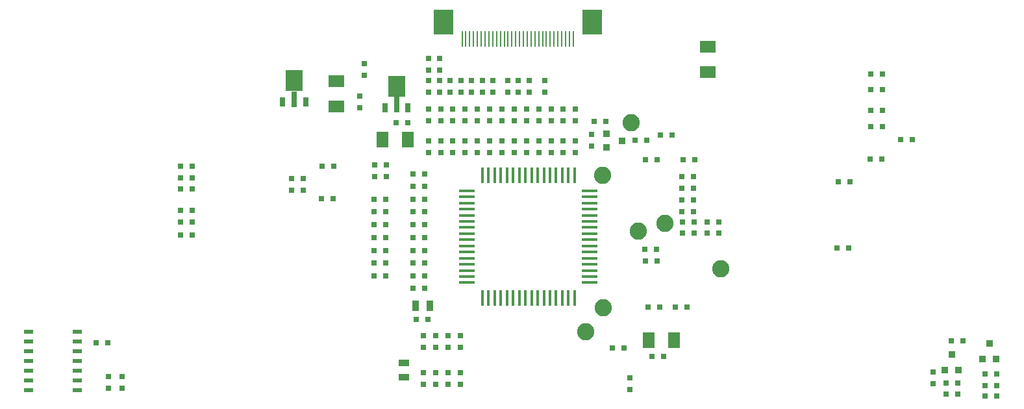
<source format=gtp>
G04 (created by PCBNEW-RS274X (2010-05-05 BZR 2356)-stable) date 15/12/2010 2:15:07 p.m.*
G01*
G70*
G90*
%MOIN*%
G04 Gerber Fmt 3.4, Leading zero omitted, Abs format*
%FSLAX34Y34*%
G04 APERTURE LIST*
%ADD10C,0.006000*%
%ADD11R,0.010000X0.080000*%
%ADD12R,0.100000X0.130000*%
%ADD13R,0.027600X0.047200*%
%ADD14R,0.027600X0.078700*%
%ADD15R,0.086600X0.110300*%
%ADD16R,0.035000X0.055000*%
%ADD17R,0.080000X0.060000*%
%ADD18R,0.060000X0.080000*%
%ADD19R,0.017700X0.078700*%
%ADD20R,0.078700X0.017700*%
%ADD21R,0.045000X0.020000*%
%ADD22R,0.055000X0.035000*%
%ADD23R,0.025000X0.031500*%
%ADD24R,0.031500X0.025000*%
%ADD25C,0.088600*%
%ADD26R,0.036000X0.036000*%
G04 APERTURE END LIST*
G54D10*
G54D11*
X43878Y-14547D03*
X44078Y-14547D03*
X44273Y-14547D03*
X44468Y-14547D03*
X44668Y-14547D03*
X44863Y-14547D03*
X45058Y-14547D03*
X45258Y-14547D03*
X45453Y-14547D03*
X45648Y-14547D03*
X43681Y-14547D03*
X45848Y-14547D03*
X46043Y-14547D03*
X43484Y-14547D03*
X47618Y-14547D03*
X46238Y-14547D03*
X46438Y-14547D03*
X46633Y-14547D03*
X46828Y-14547D03*
X47028Y-14547D03*
X47223Y-14547D03*
X47418Y-14547D03*
X43287Y-14547D03*
X43091Y-14547D03*
X42894Y-14547D03*
X42697Y-14547D03*
X42500Y-14547D03*
X42303Y-14547D03*
X42106Y-14547D03*
X41909Y-14547D03*
G54D12*
X48588Y-13667D03*
X40958Y-13667D03*
G54D13*
X37952Y-18071D03*
G54D14*
X38543Y-17914D03*
G54D13*
X39134Y-18071D03*
G54D15*
X38543Y-16969D03*
G54D16*
X40257Y-28228D03*
X39507Y-28228D03*
G54D13*
X32696Y-17776D03*
G54D14*
X33287Y-17619D03*
G54D13*
X33878Y-17776D03*
G54D15*
X33287Y-16674D03*
G54D17*
X35473Y-16711D03*
X35473Y-18011D03*
G54D18*
X52777Y-29999D03*
X51477Y-29999D03*
X37834Y-19685D03*
X39134Y-19685D03*
G54D19*
X45159Y-27831D03*
X44844Y-27831D03*
X44529Y-27831D03*
X44214Y-27831D03*
X43899Y-27831D03*
X43584Y-27831D03*
X43269Y-27831D03*
X42954Y-27831D03*
X47682Y-27831D03*
X47682Y-21535D03*
X42954Y-21535D03*
X45477Y-27831D03*
X45792Y-27831D03*
X46107Y-27831D03*
X46422Y-27831D03*
X46737Y-27831D03*
X47052Y-27831D03*
X47367Y-27831D03*
X47367Y-21535D03*
X47052Y-21535D03*
X46737Y-21535D03*
X46422Y-21535D03*
X46107Y-21535D03*
X45792Y-21535D03*
X45477Y-21535D03*
X45159Y-21535D03*
X44844Y-21535D03*
X44529Y-21535D03*
X44214Y-21535D03*
X43899Y-21535D03*
X43584Y-21535D03*
X43269Y-21535D03*
G54D20*
X42166Y-27047D03*
X42166Y-26733D03*
X42166Y-26417D03*
X42166Y-26103D03*
X42166Y-25787D03*
X42166Y-25473D03*
X42166Y-24527D03*
X42166Y-23897D03*
X42166Y-23583D03*
X42166Y-25157D03*
X42166Y-24843D03*
X42166Y-24213D03*
X42166Y-23267D03*
X42166Y-22953D03*
X42166Y-22637D03*
X42166Y-22323D03*
X48466Y-27047D03*
X48466Y-26733D03*
X48466Y-26417D03*
X48466Y-26103D03*
X48466Y-25787D03*
X48466Y-25473D03*
X48466Y-25157D03*
X48466Y-24843D03*
X48466Y-24527D03*
X48466Y-24213D03*
X48466Y-23897D03*
X48466Y-23583D03*
X48466Y-23267D03*
X48466Y-22953D03*
X48466Y-22637D03*
X48466Y-22323D03*
G54D21*
X22167Y-32574D03*
X22167Y-32074D03*
X22167Y-31574D03*
X22167Y-31074D03*
X22167Y-30574D03*
X22167Y-30074D03*
X22167Y-29574D03*
X19667Y-29574D03*
X19667Y-30074D03*
X19667Y-31074D03*
X19667Y-31574D03*
X19667Y-32074D03*
X19667Y-32574D03*
X19667Y-30574D03*
G54D22*
X38917Y-31910D03*
X38917Y-31160D03*
G54D23*
X37977Y-26683D03*
X37377Y-26683D03*
X37977Y-26033D03*
X37377Y-26033D03*
X37977Y-24065D03*
X37377Y-24065D03*
X37977Y-22756D03*
X37377Y-22756D03*
X38539Y-18819D03*
X39139Y-18819D03*
X37977Y-25384D03*
X37377Y-25384D03*
X37977Y-24724D03*
X37377Y-24724D03*
X37977Y-23406D03*
X37377Y-23406D03*
X38017Y-21614D03*
X37417Y-21614D03*
X53444Y-28312D03*
X52844Y-28312D03*
X51444Y-28312D03*
X52044Y-28312D03*
G54D24*
X36654Y-17455D03*
X36654Y-18055D03*
G54D23*
X40143Y-28937D03*
X39543Y-28937D03*
G54D24*
X24449Y-32466D03*
X24449Y-31866D03*
G54D23*
X52102Y-19449D03*
X52702Y-19449D03*
X39985Y-27323D03*
X39385Y-27323D03*
G54D24*
X36890Y-15801D03*
X36890Y-16401D03*
G54D23*
X33765Y-22283D03*
X33165Y-22283D03*
G54D24*
X39921Y-31669D03*
X39921Y-32269D03*
X40551Y-31669D03*
X40551Y-32269D03*
X50512Y-31944D03*
X50512Y-32544D03*
G54D23*
X33765Y-21693D03*
X33165Y-21693D03*
X53264Y-20748D03*
X53864Y-20748D03*
G54D24*
X41181Y-31669D03*
X41181Y-32269D03*
X41811Y-31669D03*
X41811Y-32269D03*
X46142Y-16669D03*
X46142Y-17269D03*
X44251Y-16669D03*
X44251Y-17269D03*
X42953Y-16669D03*
X42953Y-17269D03*
X41850Y-16669D03*
X41850Y-17269D03*
X43504Y-16669D03*
X43504Y-17269D03*
X42402Y-16669D03*
X42402Y-17269D03*
X41299Y-16669D03*
X41299Y-17269D03*
X45354Y-17269D03*
X45354Y-16669D03*
X44803Y-16669D03*
X44803Y-17269D03*
G54D23*
X37417Y-20984D03*
X38017Y-20984D03*
X39385Y-21457D03*
X39985Y-21457D03*
X39975Y-26683D03*
X39375Y-26683D03*
X39985Y-25384D03*
X39385Y-25384D03*
X39985Y-24065D03*
X39385Y-24065D03*
X39985Y-22756D03*
X39385Y-22756D03*
G54D24*
X41181Y-29779D03*
X41181Y-30379D03*
G54D23*
X39985Y-26033D03*
X39385Y-26033D03*
X39986Y-24724D03*
X39386Y-24724D03*
X39985Y-23406D03*
X39385Y-23406D03*
X39985Y-22106D03*
X39385Y-22106D03*
X51304Y-25335D03*
X51904Y-25335D03*
X54493Y-23947D03*
X55093Y-23947D03*
G54D24*
X39921Y-29764D03*
X39921Y-30379D03*
X40551Y-29779D03*
X40551Y-30379D03*
X41811Y-29779D03*
X41811Y-30379D03*
G54D23*
X51314Y-25935D03*
X51914Y-25935D03*
X54493Y-24508D03*
X55093Y-24508D03*
X52249Y-30826D03*
X51649Y-30826D03*
X49621Y-30413D03*
X50221Y-30413D03*
X23726Y-30118D03*
X23126Y-30118D03*
G54D24*
X23740Y-32466D03*
X23740Y-31866D03*
G54D23*
X50803Y-19724D03*
X51403Y-19724D03*
G54D24*
X48543Y-20024D03*
X48543Y-19424D03*
G54D23*
X49276Y-18780D03*
X48676Y-18780D03*
G54D24*
X40748Y-15527D03*
X40748Y-16127D03*
X40748Y-17269D03*
X40748Y-16669D03*
X40197Y-17269D03*
X40197Y-16669D03*
X40197Y-15526D03*
X40197Y-16126D03*
X40177Y-19779D03*
X40177Y-20379D03*
X41437Y-19779D03*
X41437Y-20379D03*
X42697Y-19779D03*
X42697Y-20379D03*
X43957Y-19779D03*
X43957Y-20379D03*
X40177Y-18125D03*
X40177Y-18725D03*
X41437Y-18125D03*
X41437Y-18725D03*
X42697Y-18125D03*
X42697Y-18725D03*
X43957Y-18125D03*
X43957Y-18725D03*
X40807Y-19779D03*
X40807Y-20379D03*
X42067Y-19779D03*
X42067Y-20379D03*
X43327Y-19779D03*
X43327Y-20379D03*
X44587Y-19779D03*
X44587Y-20379D03*
X40807Y-18125D03*
X40807Y-18725D03*
X42067Y-18125D03*
X42067Y-18725D03*
X43327Y-18125D03*
X43327Y-18725D03*
X44587Y-18125D03*
X44587Y-18725D03*
X47106Y-19779D03*
X47106Y-20379D03*
X45846Y-19779D03*
X45846Y-20379D03*
X47736Y-19779D03*
X47736Y-20379D03*
X46476Y-19779D03*
X46476Y-20379D03*
X45217Y-19779D03*
X45217Y-20379D03*
X47736Y-18125D03*
X47736Y-18725D03*
X46476Y-18125D03*
X46476Y-18725D03*
X45217Y-18125D03*
X45217Y-18725D03*
X47106Y-18125D03*
X47106Y-18725D03*
X45846Y-18125D03*
X45846Y-18725D03*
G54D23*
X51916Y-20748D03*
X51316Y-20748D03*
G54D17*
X54528Y-14941D03*
X54528Y-16241D03*
G54D23*
X34739Y-21063D03*
X35339Y-21063D03*
X34700Y-22717D03*
X35300Y-22717D03*
X67623Y-30039D03*
X67023Y-30039D03*
X28056Y-23327D03*
X27456Y-23327D03*
X61157Y-25276D03*
X61757Y-25276D03*
X68745Y-31742D03*
X69345Y-31742D03*
G54D24*
X66101Y-31629D03*
X66101Y-32229D03*
G54D23*
X66747Y-32756D03*
X67347Y-32756D03*
X62889Y-19016D03*
X63489Y-19016D03*
X28056Y-24606D03*
X27456Y-24606D03*
X62889Y-16339D03*
X63489Y-16339D03*
X28056Y-23917D03*
X27456Y-23917D03*
X68755Y-32323D03*
X69355Y-32323D03*
X61235Y-21850D03*
X61835Y-21850D03*
X28056Y-21653D03*
X27456Y-21653D03*
X62889Y-17126D03*
X63489Y-17126D03*
X28056Y-21063D03*
X27456Y-21063D03*
X62889Y-18189D03*
X63489Y-18189D03*
X62850Y-20709D03*
X63450Y-20709D03*
X64424Y-19685D03*
X65024Y-19685D03*
X28056Y-22244D03*
X27456Y-22244D03*
X67346Y-32205D03*
X66746Y-32205D03*
G54D25*
X49173Y-28346D03*
X49134Y-21535D03*
X50591Y-18819D03*
X48268Y-29567D03*
X55197Y-26339D03*
G54D23*
X53204Y-22795D03*
X53804Y-22795D03*
X53204Y-22205D03*
X53804Y-22205D03*
X53204Y-23386D03*
X53804Y-23386D03*
X53204Y-21614D03*
X53804Y-21614D03*
X68755Y-32874D03*
X69355Y-32874D03*
X53224Y-23947D03*
X53824Y-23947D03*
X53224Y-24508D03*
X53824Y-24508D03*
G54D25*
X50955Y-24390D03*
X52333Y-23986D03*
G54D26*
X69336Y-30971D03*
X68636Y-30971D03*
X68986Y-30171D03*
X67396Y-31542D03*
X66696Y-31542D03*
X67046Y-30742D03*
X49324Y-20114D03*
X49324Y-19414D03*
X50124Y-19764D03*
M02*

</source>
